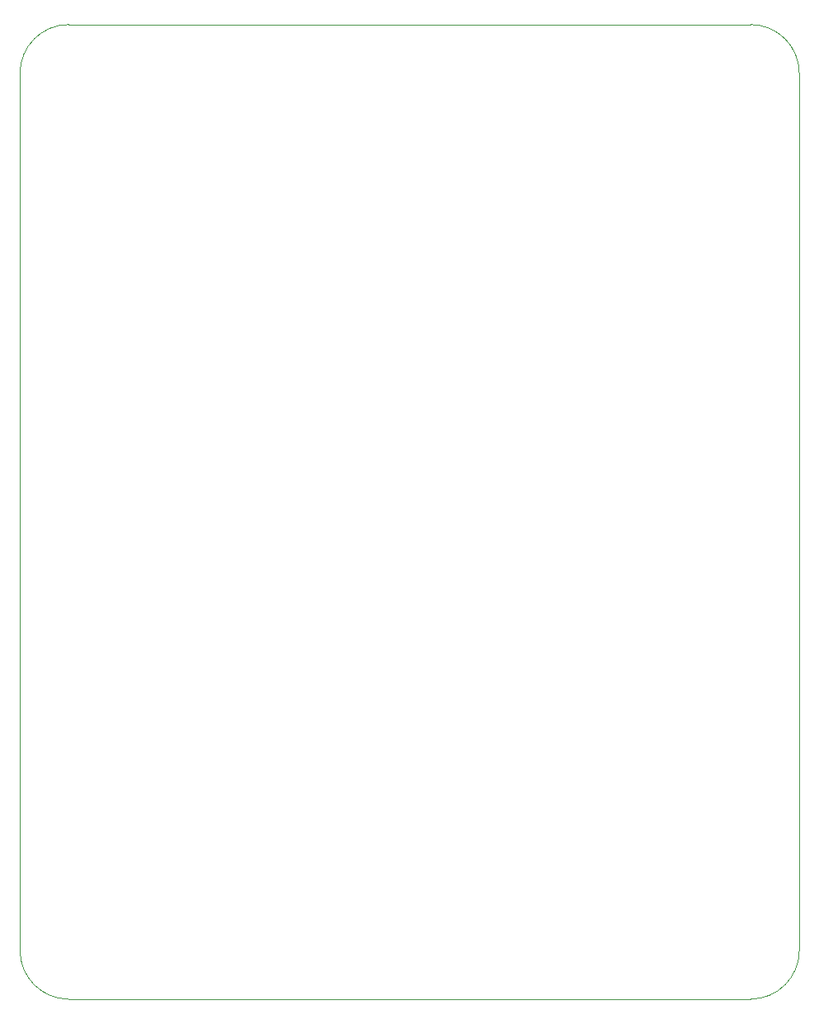
<source format=gm1>
G04 #@! TF.GenerationSoftware,KiCad,Pcbnew,(6.0.4-0)*
G04 #@! TF.CreationDate,2022-04-01T19:28:55+09:00*
G04 #@! TF.ProjectId,TrainingBoard-01,54726169-6e69-46e6-9742-6f6172642d30,V1.0*
G04 #@! TF.SameCoordinates,Original*
G04 #@! TF.FileFunction,Profile,NP*
%FSLAX46Y46*%
G04 Gerber Fmt 4.6, Leading zero omitted, Abs format (unit mm)*
G04 Created by KiCad (PCBNEW (6.0.4-0)) date 2022-04-01 19:28:55*
%MOMM*%
%LPD*%
G01*
G04 APERTURE LIST*
G04 #@! TA.AperFunction,Profile*
%ADD10C,0.100000*%
G04 #@! TD*
G04 APERTURE END LIST*
D10*
X-40000000Y-95000000D02*
G75*
G03*
X-35000000Y-100000000I5000000J0D01*
G01*
X-35000000Y-100000000D02*
X35000000Y-100000000D01*
X40000000Y-95000000D02*
X40000000Y-5000000D01*
X40000000Y-5000000D02*
G75*
G03*
X35000000Y0I-5000000J0D01*
G01*
X-35000000Y0D02*
G75*
G03*
X-40000000Y-5000000I0J-5000000D01*
G01*
X35000000Y-100000000D02*
G75*
G03*
X40000000Y-95000000I0J5000000D01*
G01*
X-40000000Y-5000000D02*
X-40000000Y-95000000D01*
X35000000Y0D02*
X-35000000Y0D01*
M02*

</source>
